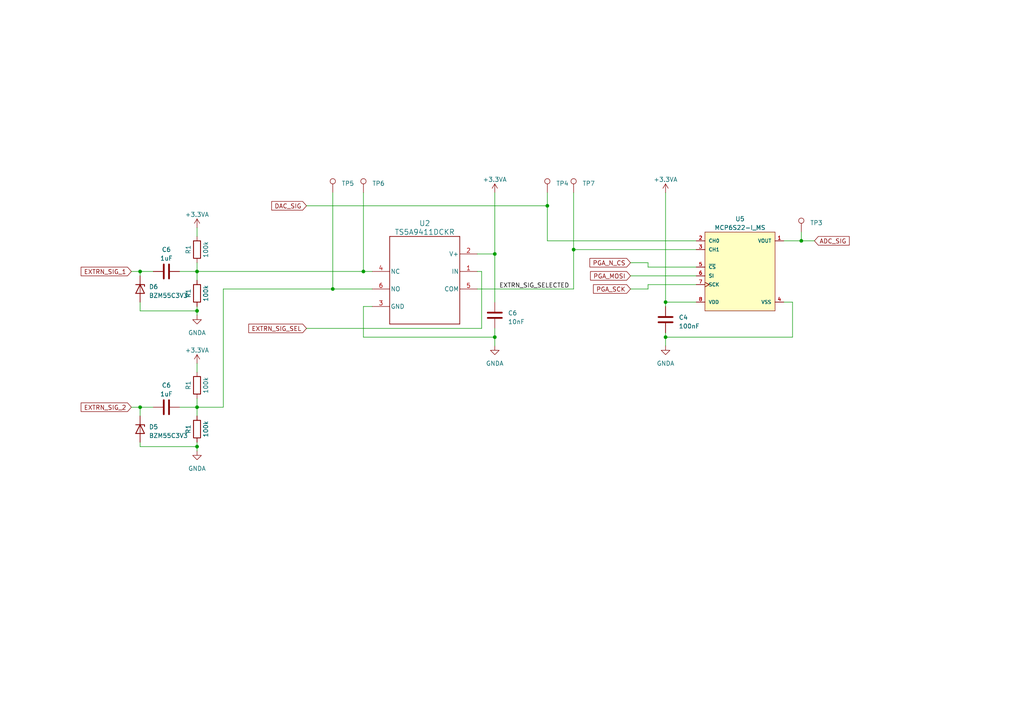
<source format=kicad_sch>
(kicad_sch (version 20230121) (generator eeschema)
  (paper "A4")
  (lib_symbols
    (symbol "Connector:TestPoint" (pin_numbers hide) (pin_names (offset 0.762) hide)
      (property "Reference" "TP" (at 0 6.858 0))
      (property "Value" "TestPoint" (at 0 5.08 0))
      (symbol "TestPoint_0_1"
        (circle (center 0 3.302) (radius 0.762))
      )
      (symbol "TestPoint_1_1"
        (pin passive line (at 0 0 90) (length 2.54) (name "1") (number "1"))
      )
    )
    (symbol "Device:C" (pin_numbers hide) (pin_names (offset 0.254))
      (property "Reference" "C" (at 0.635 2.54 0))
      (property "Value" "C" (at 0.635 -2.54 0))
      (symbol "C_0_1"
        (polyline (pts (xy -2.032 -0.762) (xy 2.032 -0.762)) (stroke (width 0.508)))
        (polyline (pts (xy -2.032 0.762) (xy 2.032 0.762)) (stroke (width 0.508)))
      )
      (symbol "C_1_1"
        (pin passive line (at 0 3.81 270) (length 2.794) (name "~") (number "1"))
        (pin passive line (at 0 -3.81 90) (length 2.794) (name "~") (number "2"))
      )
    )
    (symbol "Device:R" (pin_numbers hide) (pin_names (offset 0))
      (property "Reference" "R" (at 2.032 0 90))
      (property "Value" "R" (at 0 0 90))
      (symbol "R_0_1"
        (rectangle (start -1.016 -2.54) (end 1.016 2.54) (stroke (width 0.254)))
      )
      (symbol "R_1_1"
        (pin passive line (at 0 3.81 270) (length 1.27) (name "~") (number "1"))
        (pin passive line (at 0 -3.81 90) (length 1.27) (name "~") (number "2"))
      )
    )
    (symbol "Diode:BZM55Cxx" (pin_numbers hide) (pin_names hide)
      (property "Reference" "D" (at 0 2.54 0))
      (property "Value" "BZM55Cxx" (at 0 -2.54 0))
      (symbol "BZM55Cxx_0_1"
        (polyline (pts (xy 1.27 0) (xy -1.27 0)))
        (polyline (pts (xy -1.27 -1.27) (xy -1.27 1.27) (xy -0.762 1.27)) (stroke (width 0.254)))
        (polyline (pts (xy 1.27 -1.27) (xy 1.27 1.27) (xy -1.27 0) (xy 1.27 -1.27)) (stroke (width 0.254)))
      )
      (symbol "BZM55Cxx_1_1"
        (pin passive line (at -3.81 0 0) (length 2.54) (name "K") (number "1"))
        (pin passive line (at 3.81 0 180) (length 2.54) (name "A") (number "2"))
      )
    )
    (symbol "MCP6S22:MCP6S22-I_MS" (pin_names (offset 1.016))
      (property "Reference" "U" (at 0 5.08 0))
      (property "Value" "MCP6S22-I_MS" (at 0 7.62 0))
      (symbol "MCP6S22-I_MS_1_1"
        (rectangle (start 5.08 2.54) (end 25.4 -20.32) (fill (type background)))
        (pin output line (at 27.94 0 180) (length 2.54) (name "VOUT") (number "1"))
        (pin input line (at 2.54 0 0) (length 2.54) (name "CH0") (number "2"))
        (pin input line (at 2.54 -2.54 0) (length 2.54) (name "CH1") (number "3"))
        (pin power_in line (at 27.94 -17.78 180) (length 2.54) (name "VSS") (number "4"))
        (pin input line (at 2.54 -7.62 0) (length 2.54) (name "~{CS}") (number "5"))
        (pin input line (at 2.54 -10.16 0) (length 2.54) (name "SI") (number "6"))
        (pin input clock (at 2.54 -12.7 0) (length 2.54) (name "SCK") (number "7"))
        (pin power_in line (at 2.54 -17.78 0) (length 2.54) (name "VDD") (number "8"))
      )
    )
    (symbol "TS5A9411DCKR:TS5A9411DCKR" (pin_names (offset 0.254))
      (property "Reference" "U" (at 0 2.54 0))
      (property "Value" "TS5A9411DCKR" (at 0 0 0))
      (symbol "TS5A9411DCKR_0_1"
        (polyline (pts (xy -10.16 -12.7) (xy 10.16 -12.7)) (stroke (width 0.2032)))
        (polyline (pts (xy -10.16 12.7) (xy -10.16 -12.7)) (stroke (width 0.2032)))
        (polyline (pts (xy 10.16 -12.7) (xy 10.16 12.7)) (stroke (width 0.2032)))
        (polyline (pts (xy 10.16 12.7) (xy -10.16 12.7)) (stroke (width 0.2032)))
        (pin input line (at -15.24 2.54 0) (length 5.08) (name "IN") (number "1"))
        (pin power_in line (at -15.24 7.62 0) (length 5.08) (name "V+") (number "2"))
        (pin power_in line (at 15.24 -7.62 180) (length 5.08) (name "GND") (number "3"))
        (pin unspecified line (at 15.24 2.54 180) (length 5.08) (name "NC") (number "4"))
        (pin unspecified line (at -15.24 -2.54 0) (length 5.08) (name "COM") (number "5"))
        (pin unspecified line (at 15.24 -2.54 180) (length 5.08) (name "NO") (number "6"))
      )
    )
    (symbol "power:+3.3VA" (power) (pin_names (offset 0))
      (property "Value" "+3.3VA" (at 0 3.556 0))
      (symbol "+3.3VA_0_1"
        (polyline (pts (xy -0.762 1.27) (xy 0 2.54)))
        (polyline (pts (xy 0 0) (xy 0 2.54)))
        (polyline (pts (xy 0 2.54) (xy 0.762 1.27)))
      )
      (symbol "+3.3VA_1_1"
        (pin power_in line (at 0 0 90) (length 0) hide (name "+3.3VA") (number "1"))
      )
    )
    (symbol "power:GNDA" (power) (pin_names (offset 0))
      (property "Value" "GNDA" (at 0 -3.81 0))
      (symbol "GNDA_0_1"
        (polyline (pts (xy 0 0) (xy 0 -1.27) (xy 1.27 -1.27) (xy 0 -2.54) (xy -1.27 -1.27) (xy 0 -1.27)))
      )
      (symbol "GNDA_1_1"
        (pin power_in line (at 0 0 270) (length 0) hide (name "GNDA") (number "1"))
      )
    )
  )
  (junction (at 96.52 83.82))
  (junction (at 232.41 69.85))
  (junction (at 57.15 129.54))
  (junction (at 193.04 87.63))
  (junction (at 158.75 59.69))
  (junction (at 193.04 97.79))
  (junction (at 57.15 90.17))
  (junction (at 57.15 78.74))
  (junction (at 143.51 97.79))
  (junction (at 57.15 118.11))
  (junction (at 40.64 118.11))
  (junction (at 105.41 78.74))
  (junction (at 143.51 73.66))
  (junction (at 166.37 72.39))
  (junction (at 40.64 78.74))
  (wire (pts (xy 201.93 69.85) (xy 158.75 69.85)))
  (wire (pts (xy 166.37 55.88) (xy 166.37 72.39)))
  (wire (pts (xy 64.77 83.82) (xy 64.77 118.11)))
  (wire (pts (xy 227.33 87.63) (xy 229.87 87.63)))
  (wire (pts (xy 57.15 118.11) (xy 57.15 120.65)))
  (wire (pts (xy 40.64 129.54) (xy 57.15 129.54)))
  (wire (pts (xy 187.96 83.82) (xy 187.96 82.55)))
  (wire (pts (xy 143.51 97.79) (xy 143.51 100.33)))
  (wire (pts (xy 201.93 77.47) (xy 187.96 77.47)))
  (wire (pts (xy 193.04 97.79) (xy 193.04 100.33)))
  (wire (pts (xy 187.96 76.2) (xy 182.88 76.2)))
  (wire (pts (xy 187.96 77.47) (xy 187.96 76.2)))
  (wire (pts (xy 88.9 95.25) (xy 139.7 95.25)))
  (wire (pts (xy 57.15 115.57) (xy 57.15 118.11)))
  (wire (pts (xy 57.15 78.74) (xy 105.41 78.74)))
  (wire (pts (xy 158.75 59.69) (xy 158.75 55.88)))
  (wire (pts (xy 182.88 80.01) (xy 201.93 80.01)))
  (wire (pts (xy 143.51 97.79) (xy 105.41 97.79)))
  (wire (pts (xy 105.41 97.79) (xy 105.41 88.9)))
  (wire (pts (xy 40.64 90.17) (xy 57.15 90.17)))
  (wire (pts (xy 40.64 118.11) (xy 44.45 118.11)))
  (wire (pts (xy 88.9 59.69) (xy 158.75 59.69)))
  (wire (pts (xy 166.37 72.39) (xy 201.93 72.39)))
  (wire (pts (xy 40.64 87.63) (xy 40.64 90.17)))
  (wire (pts (xy 105.41 78.74) (xy 105.41 55.88)))
  (wire (pts (xy 158.75 59.69) (xy 158.75 69.85)))
  (wire (pts (xy 138.43 83.82) (xy 166.37 83.82)))
  (wire (pts (xy 57.15 76.2) (xy 57.15 78.74)))
  (wire (pts (xy 40.64 118.11) (xy 40.64 120.65)))
  (wire (pts (xy 96.52 83.82) (xy 96.52 55.88)))
  (wire (pts (xy 64.77 118.11) (xy 57.15 118.11)))
  (wire (pts (xy 227.33 69.85) (xy 232.41 69.85)))
  (wire (pts (xy 57.15 90.17) (xy 57.15 91.44)))
  (wire (pts (xy 40.64 78.74) (xy 44.45 78.74)))
  (wire (pts (xy 52.07 78.74) (xy 57.15 78.74)))
  (wire (pts (xy 182.88 83.82) (xy 187.96 83.82)))
  (wire (pts (xy 107.95 78.74) (xy 105.41 78.74)))
  (wire (pts (xy 193.04 87.63) (xy 193.04 88.9)))
  (wire (pts (xy 107.95 83.82) (xy 96.52 83.82)))
  (wire (pts (xy 138.43 78.74) (xy 139.7 78.74)))
  (wire (pts (xy 143.51 95.25) (xy 143.51 97.79)))
  (wire (pts (xy 57.15 128.27) (xy 57.15 129.54)))
  (wire (pts (xy 193.04 87.63) (xy 201.93 87.63)))
  (wire (pts (xy 193.04 97.79) (xy 229.87 97.79)))
  (wire (pts (xy 57.15 78.74) (xy 57.15 81.28)))
  (wire (pts (xy 166.37 83.82) (xy 166.37 72.39)))
  (wire (pts (xy 232.41 69.85) (xy 236.22 69.85)))
  (wire (pts (xy 40.64 78.74) (xy 40.64 80.01)))
  (wire (pts (xy 139.7 78.74) (xy 139.7 95.25)))
  (wire (pts (xy 232.41 69.85) (xy 232.41 67.31)))
  (wire (pts (xy 57.15 105.41) (xy 57.15 107.95)))
  (wire (pts (xy 229.87 97.79) (xy 229.87 87.63)))
  (wire (pts (xy 138.43 73.66) (xy 143.51 73.66)))
  (wire (pts (xy 187.96 82.55) (xy 201.93 82.55)))
  (wire (pts (xy 105.41 88.9) (xy 107.95 88.9)))
  (wire (pts (xy 64.77 83.82) (xy 96.52 83.82)))
  (wire (pts (xy 193.04 55.88) (xy 193.04 87.63)))
  (wire (pts (xy 40.64 128.27) (xy 40.64 129.54)))
  (wire (pts (xy 193.04 96.52) (xy 193.04 97.79)))
  (wire (pts (xy 57.15 129.54) (xy 57.15 130.81)))
  (wire (pts (xy 57.15 88.9) (xy 57.15 90.17)))
  (wire (pts (xy 143.51 55.88) (xy 143.51 73.66)))
  (wire (pts (xy 52.07 118.11) (xy 57.15 118.11)))
  (wire (pts (xy 143.51 73.66) (xy 143.51 87.63)))
  (wire (pts (xy 57.15 66.04) (xy 57.15 68.58)))
  (wire (pts (xy 38.1 78.74) (xy 40.64 78.74)))
  (wire (pts (xy 38.1 118.11) (xy 40.64 118.11)))
  (label "EXTRN_SIG_SELECTED" (at 144.78 83.82 0))
  (global_label "EXTRN_SIG_2" (shape input) (at 38.1 118.11 180) (property "Intersheetrefs" "${INTERSHEET_REFS}" (effects hide)))
  (global_label "EXTRN_SIG_1" (shape input) (at 38.1 78.74 180) (property "Intersheetrefs" "${INTERSHEET_REFS}" (effects hide)))
  (global_label "PGA_MOSI" (shape input) (at 182.88 80.01 180) (property "Intersheetrefs" "${INTERSHEET_REFS}" (effects hide)))
  (global_label "PGA_SCK" (shape input) (at 182.88 83.82 180) (property "Intersheetrefs" "${INTERSHEET_REFS}" (effects hide)))
  (global_label "DAC_SIG" (shape input) (at 88.9 59.69 180) (property "Intersheetrefs" "${INTERSHEET_REFS}" (effects hide)))
  (global_label "ADC_SIG" (shape input) (at 236.22 69.85 0) (property "Intersheetrefs" "${INTERSHEET_REFS}" (effects hide)))
  (global_label "PGA_N_CS" (shape input) (at 182.88 76.2 180) (property "Intersheetrefs" "${INTERSHEET_REFS}" (effects hide)))
  (global_label "EXTRN_SIG_SEL" (shape input) (at 88.9 95.25 180) (property "Intersheetrefs" "${INTERSHEET_REFS}" (effects hide)))
  (symbol (lib_id "Device:C") (at 193.04 92.71 0) (unit 1)
    (property "Reference" "C4" (at 196.85 92.075 0) (effects (justify left)))
    (property "Value" "100nF" (at 196.85 94.615 0) (effects (justify left)))
    (property "Footprint" "Capacitor_SMD:C_0603_1608Metric" (effects hide))
    (instances (project "fft_slice" (path "" (reference "C4") (unit 1)) (path "" (reference "C4") (unit 1)) (path "" (reference "C4") (unit 1)) (path "" (reference "C18") (unit 1))))
  )
  (symbol (lib_id "Connector:TestPoint") (at 96.52 55.88 0) (unit 1)
    (property "Reference" "TP5" (at 99.06 53.213 0) (effects (justify left)))
    (property "Value" "TestPoint" (effects hide))
    (property "Footprint" "TestPoint:TestPoint_Pad_D1.0mm" (effects hide))
  )
  (symbol (lib_id "Connector:TestPoint") (at 166.37 55.88 0) (unit 1)
    (property "Reference" "TP7" (at 168.91 53.213 0) (effects (justify left)))
    (property "Value" "TestPoint" (effects hide))
    (property "Footprint" "TestPoint:TestPoint_Pad_D1.0mm" (effects hide))
  )
  (symbol (lib_id "power:GNDA") (at 193.04 100.33 0) (unit 1)
    (property "Reference" "#PWR09" (effects hide))
    (property "Value" "GNDA" (at 193.04 105.41 0))
    (instances (project "fft_slice" (path "" (reference "#PWR09") (unit 1)) (path "" (reference "#PWR02") (unit 1)) (path "" (reference "#PWR019") (unit 1))))
  )
  (symbol (lib_id "power:GNDA") (at 57.15 91.44 0) (unit 1)
    (property "Reference" "#PWR09" (effects hide))
    (property "Value" "GNDA" (at 57.15 96.52 0))
    (instances (project "fft_slice" (path "" (reference "#PWR09") (unit 1)) (path "" (reference "#PWR02") (unit 1)) (path "" (reference "#PWR028") (unit 1))))
  )
  (symbol (lib_id "Device:C") (at 48.26 78.74 90) (unit 1)
    (property "Reference" "C6" (at 48.26 72.39 90))
    (property "Value" "1uF" (at 48.26 74.93 90))
    (property "Footprint" "Capacitor_SMD:C_0603_1608Metric" (effects hide))
    (instances (project "fft_slice" (path "" (reference "C6") (unit 1)) (path "" (reference "C1") (unit 1)) (path "" (reference "C20") (unit 1))))
  )
  (symbol (lib_id "TS5A9411DCKR:TS5A9411DCKR") (at 123.19 81.28 0) (mirror y) (unit 1)
    (property "Reference" "U2" (at 123.19 64.77 0) (effects (font (size 1.524 1.524))))
    (property "Value" "TS5A9411DCKR" (at 123.19 67.31 0) (effects (font (size 1.524 1.524))))
    (property "Footprint" "TS5A9411DCKR_footprints:DCK0006A_N" (effects hide))
    (property "Datasheet" "TS5A9411DCKR" (effects hide))
  )
  (symbol (lib_id "power:+3.3VA") (at 57.15 105.41 0) (unit 1)
    (property "Reference" "#PWR06" (effects hide))
    (property "Value" "+3.3VA" (at 57.15 101.6 0))
    (instances (project "fft_slice" (path "" (reference "#PWR06") (unit 1)) (path "" (reference "#PWR08") (unit 1)) (path "" (reference "#PWR08") (unit 1)) (path "" (reference "#PWR029") (unit 1))))
  )
  (symbol (lib_id "MCP6S22:MCP6S22-I_MS") (at 199.39 69.85 0) (unit 1)
    (property "Reference" "U5" (at 214.63 63.5 0))
    (property "Value" "MCP6S22-I_MS" (at 214.63 66.04 0))
    (property "Footprint" "Package_SO:SOP-8_3.9x4.9mm_P1.27mm" (effects hide))
    (property "Datasheet" "http://ww1.microchip.com/downloads/en/DeviceDoc/21117a.pdf" (effects hide))
    (property "Component Link 1 Description" "Manufacturer URL" (effects hide))
    (property "Component Link 1 URL" "http://www.microchip.com/" (effects hide))
    (property "Component Link 3 Description" "Package Specification" (effects hide))
    (property "Component Link 3 URL" "http://www.microchip.com/stellent/groups/techpub_sg/documents/packagingspec/en012702.pdf" (effects hide))
    (property "Datasheet Version" "revA, Mar-2003" (effects hide))
    (property "Package Description" "8-Lead Plastic Micro Small Outline Package (MS) [MSOP]" (effects hide))
    (property "Package Version" "revBB, Aug-2009" (effects hide))
    (property "category" "IC" (effects hide))
    (property "ciiva ids" "1155626" (effects hide))
    (property "library id" "7fbb7bd1dbffb823" (effects hide))
    (property "manufacturer" "Microchip" (effects hide))
    (property "package" "MSOP-MS8" (effects hide))
    (property "release date" "1331953132" (effects hide))
    (property "vault revision" "2AF754B9-B0C8-4BD1-853E-C217BECC3F78" (effects hide))
    (property "imported" "yes" (effects hide))
  )
  (symbol (lib_id "Device:R") (at 57.15 111.76 0) (unit 1)
    (property "Reference" "R1" (at 54.61 111.76 90))
    (property "Value" "100k" (at 59.69 111.76 90))
    (property "Footprint" "Resistor_SMD:R_0805_2012Metric_Pad1.20x1.40mm_HandSolder" (effects hide))
    (instances (project "fft_slice" (path "" (reference "R1") (unit 1)) (path "" (reference "R3") (unit 1)) (path "" (reference "R8") (unit 1))))
  )
  (symbol (lib_id "Connector:TestPoint") (at 105.41 55.88 0) (unit 1)
    (property "Reference" "TP6" (at 107.95 53.213 0) (effects (justify left)))
    (property "Value" "TestPoint" (effects hide))
    (property "Footprint" "TestPoint:TestPoint_Pad_D1.0mm" (effects hide))
  )
  (symbol (lib_id "Connector:TestPoint") (at 232.41 67.31 0) (unit 1)
    (property "Reference" "TP3" (at 234.95 64.643 0) (effects (justify left)))
    (property "Value" "TestPoint" (effects hide))
    (property "Footprint" "TestPoint:TestPoint_Pad_D1.0mm" (effects hide))
  )
  (symbol (lib_id "power:+3.3VA") (at 143.51 55.88 0) (unit 1)
    (property "Reference" "#PWR06" (effects hide))
    (property "Value" "+3.3VA" (at 143.51 52.07 0))
    (instances (project "fft_slice" (path "" (reference "#PWR06") (unit 1)) (path "" (reference "#PWR08") (unit 1)) (path "" (reference "#PWR08") (unit 1)) (path "" (reference "#PWR020") (unit 1))))
  )
  (symbol (lib_id "Device:C") (at 48.26 118.11 90) (unit 1)
    (property "Reference" "C6" (at 48.26 111.76 90))
    (property "Value" "1uF" (at 48.26 114.3 90))
    (property "Footprint" "Capacitor_SMD:C_0603_1608Metric" (effects hide))
    (instances (project "fft_slice" (path "" (reference "C6") (unit 1)) (path "" (reference "C1") (unit 1)) (path "" (reference "C21") (unit 1))))
  )
  (symbol (lib_id "Device:R") (at 57.15 72.39 0) (unit 1)
    (property "Reference" "R1" (at 54.61 72.39 90))
    (property "Value" "100k" (at 59.69 72.39 90))
    (property "Footprint" "Resistor_SMD:R_0805_2012Metric_Pad1.20x1.40mm_HandSolder" (effects hide))
    (instances (project "fft_slice" (path "" (reference "R1") (unit 1)) (path "" (reference "R3") (unit 1)) (path "" (reference "R6") (unit 1))))
  )
  (symbol (lib_id "Diode:BZM55Cxx") (at 40.64 124.46 270) (unit 1)
    (property "Reference" "D5" (at 43.18 123.825 90) (effects (justify left)))
    (property "Value" "BZM55C3V3" (at 43.18 126.365 90) (effects (justify left)))
    (property "Footprint" "Diode_SMD:D_MicroMELF" (effects hide))
    (property "Datasheet" "http://www.vishay.com/docs/85597/bzm55.pdf" (effects hide))
  )
  (symbol (lib_id "Diode:BZM55Cxx") (at 40.64 83.82 270) (unit 1)
    (property "Reference" "D6" (at 43.18 83.185 90) (effects (justify left)))
    (property "Value" "BZM55C3V3" (at 43.18 85.725 90) (effects (justify left)))
    (property "Footprint" "Diode_SMD:D_MicroMELF" (effects hide))
    (property "Datasheet" "http://www.vishay.com/docs/85597/bzm55.pdf" (effects hide))
  )
  (symbol (lib_id "power:+3.3VA") (at 57.15 66.04 0) (unit 1)
    (property "Reference" "#PWR06" (effects hide))
    (property "Value" "+3.3VA" (at 57.15 62.23 0))
    (instances (project "fft_slice" (path "" (reference "#PWR06") (unit 1)) (path "" (reference "#PWR08") (unit 1)) (path "" (reference "#PWR08") (unit 1)) (path "" (reference "#PWR023") (unit 1))))
  )
  (symbol (lib_id "power:GNDA") (at 143.51 100.33 0) (unit 1)
    (property "Reference" "#PWR09" (effects hide))
    (property "Value" "GNDA" (at 143.51 105.41 0))
    (instances (project "fft_slice" (path "" (reference "#PWR09") (unit 1)) (path "" (reference "#PWR02") (unit 1)) (path "" (reference "#PWR016") (unit 1))))
  )
  (symbol (lib_id "power:+3.3VA") (at 193.04 55.88 0) (unit 1)
    (property "Reference" "#PWR06" (effects hide))
    (property "Value" "+3.3VA" (at 193.04 52.07 0))
    (instances (project "fft_slice" (path "" (reference "#PWR06") (unit 1)) (path "" (reference "#PWR08") (unit 1)) (path "" (reference "#PWR08") (unit 1)) (path "" (reference "#PWR05") (unit 1))))
  )
  (symbol (lib_id "Connector:TestPoint") (at 158.75 55.88 0) (unit 1)
    (property "Reference" "TP4" (at 161.29 53.213 0) (effects (justify left)))
    (property "Value" "TestPoint" (effects hide))
    (property "Footprint" "TestPoint:TestPoint_Pad_D1.0mm" (effects hide))
  )
  (symbol (lib_id "Device:R") (at 57.15 124.46 0) (unit 1)
    (property "Reference" "R1" (at 54.61 124.46 90))
    (property "Value" "100k" (at 59.69 124.46 90))
    (property "Footprint" "Resistor_SMD:R_0805_2012Metric_Pad1.20x1.40mm_HandSolder" (effects hide))
    (instances (project "fft_slice" (path "" (reference "R1") (unit 1)) (path "" (reference "R3") (unit 1)) (path "" (reference "R9") (unit 1))))
  )
  (symbol (lib_id "Device:R") (at 57.15 85.09 0) (unit 1)
    (property "Reference" "R1" (at 54.61 85.09 90))
    (property "Value" "100k" (at 59.69 85.09 90))
    (property "Footprint" "Resistor_SMD:R_0805_2012Metric_Pad1.20x1.40mm_HandSolder" (effects hide))
    (instances (project "fft_slice" (path "" (reference "R1") (unit 1)) (path "" (reference "R3") (unit 1)) (path "" (reference "R7") (unit 1))))
  )
  (symbol (lib_id "power:GNDA") (at 57.15 130.81 0) (unit 1)
    (property "Reference" "#PWR09" (effects hide))
    (property "Value" "GNDA" (at 57.15 135.89 0))
    (instances (project "fft_slice" (path "" (reference "#PWR09") (unit 1)) (path "" (reference "#PWR02") (unit 1)) (path "" (reference "#PWR030") (unit 1))))
  )
  (symbol (lib_id "Device:C") (at 143.51 91.44 0) (unit 1)
    (property "Reference" "C6" (at 147.32 90.805 0) (effects (justify left)))
    (property "Value" "10nF" (at 147.32 93.345 0) (effects (justify left)))
    (property "Footprint" "Capacitor_SMD:C_0603_1608Metric" (effects hide))
    (instances (project "fft_slice" (path "" (reference "C6") (unit 1)) (path "" (reference "C1") (unit 1)) (path "" (reference "C19") (unit 1))))
  )
)
</source>
